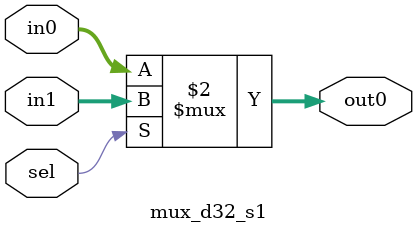
<source format=v>
`timescale 1ns / 1ps

module mux_d32_s1
(
    input wire[31:0] in0,
    input wire[31:0] in1,
    input wire sel,
    output wire[31:0] out0
);

assign out0 = (!sel) ? in0 : in1;

endmodule

</source>
